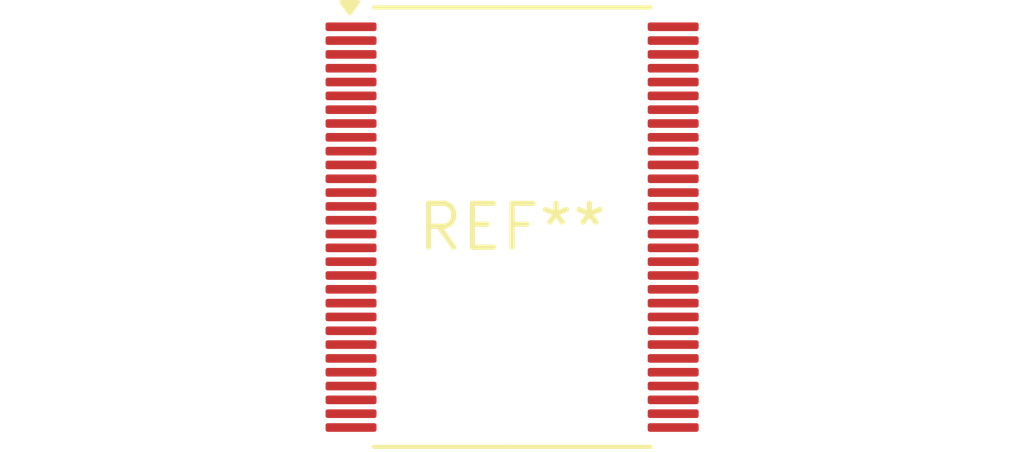
<source format=kicad_pcb>
(kicad_pcb (version 20240108) (generator pcbnew)
  (layers (0 "F.Cu" signal) (31 "B.Cu" signal) (34 "B.Paste" user) (35 "F.Paste" user) (36 "B.SilkS" user "B.Silkscreen") (37 "F.SilkS" user "F.Silkscreen") (38 "B.Mask" user) (39 "F.Mask" user) (44 "Edge.Cuts" user))
  (net 0 "")
  (footprint "TSSOP-60_8x12.5mm_P0.4mm" (layer "F.Cu") (at 0 0)
    (property "Reference" "REF**")
    (property "Value" "TSSOP-60_8x12.5mm_P0.4mm")
    (fp_line (start 0 -6.36) (end -4 -6.36) (layer "F.SilkS") (stroke (width 0.12)))
    (fp_line (start 0 -6.36) (end 4 -6.36) (layer "F.SilkS") (stroke (width 0.12)))
    (fp_line (start 0 6.36) (end -4 6.36) (layer "F.SilkS") (stroke (width 0.12)))
    (fp_line (start 0 6.36) (end 4 6.36) (layer "F.SilkS") (stroke (width 0.12)))
    (fp_poly (pts (xy -4.7 -6.185) (xy -4.94 -6.515) (xy -4.46 -6.515) (xy -4.7 -6.185)) (layer "F.SilkS") (stroke (width 0.12)) (fill solid))
    (pad "1" smd roundrect (at -4.6625 -5.8) (size 1.475 0.25) (layers "F.Cu" "F.Paste" "F.Mask"))
    (pad "2" smd roundrect (at -4.6625 -5.4) (size 1.475 0.25) (layers "F.Cu" "F.Paste" "F.Mask"))
    (pad "3" smd roundrect (at -4.6625 -5) (size 1.475 0.25) (layers "F.Cu" "F.Paste" "F.Mask"))
    (pad "4" smd roundrect (at -4.6625 -4.6) (size 1.475 0.25) (layers "F.Cu" "F.Paste" "F.Mask"))
    (pad "5" smd roundrect (at -4.6625 -4.2) (size 1.475 0.25) (layers "F.Cu" "F.Paste" "F.Mask"))
    (pad "6" smd roundrect (at -4.6625 -3.8) (size 1.475 0.25) (layers "F.Cu" "F.Paste" "F.Mask"))
    (pad "7" smd roundrect (at -4.6625 -3.4) (size 1.475 0.25) (layers "F.Cu" "F.Paste" "F.Mask"))
    (pad "8" smd roundrect (at -4.6625 -3) (size 1.475 0.25) (layers "F.Cu" "F.Paste" "F.Mask"))
    (pad "9" smd roundrect (at -4.6625 -2.6) (size 1.475 0.25) (layers "F.Cu" "F.Paste" "F.Mask"))
    (pad "10" smd roundrect (at -4.6625 -2.2) (size 1.475 0.25) (layers "F.Cu" "F.Paste" "F.Mask"))
    (pad "11" smd roundrect (at -4.6625 -1.8) (size 1.475 0.25) (layers "F.Cu" "F.Paste" "F.Mask"))
    (pad "12" smd roundrect (at -4.6625 -1.4) (size 1.475 0.25) (layers "F.Cu" "F.Paste" "F.Mask"))
    (pad "13" smd roundrect (at -4.6625 -1) (size 1.475 0.25) (layers "F.Cu" "F.Paste" "F.Mask"))
    (pad "14" smd roundrect (at -4.6625 -0.6) (size 1.475 0.25) (layers "F.Cu" "F.Paste" "F.Mask"))
    (pad "15" smd roundrect (at -4.6625 -0.2) (size 1.475 0.25) (layers "F.Cu" "F.Paste" "F.Mask"))
    (pad "16" smd roundrect (at -4.6625 0.2) (size 1.475 0.25) (layers "F.Cu" "F.Paste" "F.Mask"))
    (pad "17" smd roundrect (at -4.6625 0.6) (size 1.475 0.25) (layers "F.Cu" "F.Paste" "F.Mask"))
    (pad "18" smd roundrect (at -4.6625 1) (size 1.475 0.25) (layers "F.Cu" "F.Paste" "F.Mask"))
    (pad "19" smd roundrect (at -4.6625 1.4) (size 1.475 0.25) (layers "F.Cu" "F.Paste" "F.Mask"))
    (pad "20" smd roundrect (at -4.6625 1.8) (size 1.475 0.25) (layers "F.Cu" "F.Paste" "F.Mask"))
    (pad "21" smd roundrect (at -4.6625 2.2) (size 1.475 0.25) (layers "F.Cu" "F.Paste" "F.Mask"))
    (pad "22" smd roundrect (at -4.6625 2.6) (size 1.475 0.25) (layers "F.Cu" "F.Paste" "F.Mask"))
    (pad "23" smd roundrect (at -4.6625 3) (size 1.475 0.25) (layers "F.Cu" "F.Paste" "F.Mask"))
    (pad "24" smd roundrect (at -4.6625 3.4) (size 1.475 0.25) (layers "F.Cu" "F.Paste" "F.Mask"))
    (pad "25" smd roundrect (at -4.6625 3.8) (size 1.475 0.25) (layers "F.Cu" "F.Paste" "F.Mask"))
    (pad "26" smd roundrect (at -4.6625 4.2) (size 1.475 0.25) (layers "F.Cu" "F.Paste" "F.Mask"))
    (pad "27" smd roundrect (at -4.6625 4.6) (size 1.475 0.25) (layers "F.Cu" "F.Paste" "F.Mask"))
    (pad "28" smd roundrect (at -4.6625 5) (size 1.475 0.25) (layers "F.Cu" "F.Paste" "F.Mask"))
    (pad "29" smd roundrect (at -4.6625 5.4) (size 1.475 0.25) (layers "F.Cu" "F.Paste" "F.Mask"))
    (pad "30" smd roundrect (at -4.6625 5.8) (size 1.475 0.25) (layers "F.Cu" "F.Paste" "F.Mask"))
    (pad "31" smd roundrect (at 4.6625 5.8) (size 1.475 0.25) (layers "F.Cu" "F.Paste" "F.Mask"))
    (pad "32" smd roundrect (at 4.6625 5.4) (size 1.475 0.25) (layers "F.Cu" "F.Paste" "F.Mask"))
    (pad "33" smd roundrect (at 4.6625 5) (size 1.475 0.25) (layers "F.Cu" "F.Paste" "F.Mask"))
    (pad "34" smd roundrect (at 4.6625 4.6) (size 1.475 0.25) (layers "F.Cu" "F.Paste" "F.Mask"))
    (pad "35" smd roundrect (at 4.6625 4.2) (size 1.475 0.25) (layers "F.Cu" "F.Paste" "F.Mask"))
    (pad "36" smd roundrect (at 4.6625 3.8) (size 1.475 0.25) (layers "F.Cu" "F.Paste" "F.Mask"))
    (pad "37" smd roundrect (at 4.6625 3.4) (size 1.475 0.25) (layers "F.Cu" "F.Paste" "F.Mask"))
    (pad "38" smd roundrect (at 4.6625 3) (size 1.475 0.25) (layers "F.Cu" "F.Paste" "F.Mask"))
    (pad "39" smd roundrect (at 4.6625 2.6) (size 1.475 0.25) (layers "F.Cu" "F.Paste" "F.Mask"))
    (pad "40" smd roundrect (at 4.6625 2.2) (size 1.475 0.25) (layers "F.Cu" "F.Paste" "F.Mask"))
    (pad "41" smd roundrect (at 4.6625 1.8) (size 1.475 0.25) (layers "F.Cu" "F.Paste" "F.Mask"))
    (pad "42" smd roundrect (at 4.6625 1.4) (size 1.475 0.25) (layers "F.Cu" "F.Paste" "F.Mask"))
    (pad "43" smd roundrect (at 4.6625 1) (size 1.475 0.25) (layers "F.Cu" "F.Paste" "F.Mask"))
    (pad "44" smd roundrect (at 4.6625 0.6) (size 1.475 0.25) (layers "F.Cu" "F.Paste" "F.Mask"))
    (pad "45" smd roundrect (at 4.6625 0.2) (size 1.475 0.25) (layers "F.Cu" "F.Paste" "F.Mask"))
    (pad "46" smd roundrect (at 4.6625 -0.2) (size 1.475 0.25) (layers "F.Cu" "F.Paste" "F.Mask"))
    (pad "47" smd roundrect (at 4.6625 -0.6) (size 1.475 0.25) (layers "F.Cu" "F.Paste" "F.Mask"))
    (pad "48" smd roundrect (at 4.6625 -1) (size 1.475 0.25) (layers "F.Cu" "F.Paste" "F.Mask"))
    (pad "49" smd roundrect (at 4.6625 -1.4) (size 1.475 0.25) (layers "F.Cu" "F.Paste" "F.Mask"))
    (pad "50" smd roundrect (at 4.6625 -1.8) (size 1.475 0.25) (layers "F.Cu" "F.Paste" "F.Mask"))
    (pad "51" smd roundrect (at 4.6625 -2.2) (size 1.475 0.25) (layers "F.Cu" "F.Paste" "F.Mask"))
    (pad "52" smd roundrect (at 4.6625 -2.6) (size 1.475 0.25) (layers "F.Cu" "F.Paste" "F.Mask"))
    (pad "53" smd roundrect (at 4.6625 -3) (size 1.475 0.25) (layers "F.Cu" "F.Paste" "F.Mask"))
    (pad "54" smd roundrect (at 4.6625 -3.4) (size 1.475 0.25) (layers "F.Cu" "F.Paste" "F.Mask"))
    (pad "55" smd roundrect (at 4.6625 -3.8) (size 1.475 0.25) (layers "F.Cu" "F.Paste" "F.Mask"))
    (pad "56" smd roundrect (at 4.6625 -4.2) (size 1.475 0.25) (layers "F.Cu" "F.Paste" "F.Mask"))
    (pad "57" smd roundrect (at 4.6625 -4.6) (size 1.475 0.25) (layers "F.Cu" "F.Paste" "F.Mask"))
    (pad "58" smd roundrect (at 4.6625 -5) (size 1.475 0.25) (layers "F.Cu" "F.Paste" "F.Mask"))
    (pad "59" smd roundrect (at 4.6625 -5.4) (size 1.475 0.25) (layers "F.Cu" "F.Paste" "F.Mask"))
    (pad "60" smd roundrect (at 4.6625 -5.8) (size 1.475 0.25) (layers "F.Cu" "F.Paste" "F.Mask"))
  )
)
</source>
